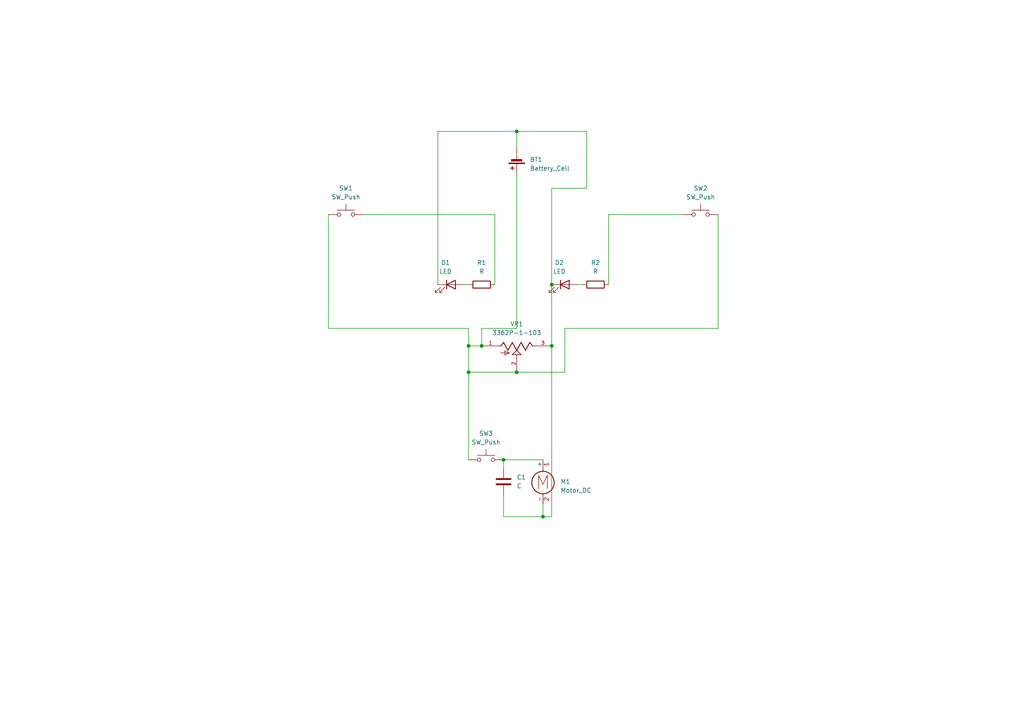
<source format=kicad_sch>
(kicad_sch
	(version 20250114)
	(generator "eeschema")
	(generator_version "9.0")
	(uuid "2284b7e8-ac56-4a6d-bf5c-8aaa3fc2a3ea")
	(paper "A4")
	(title_block
		(title "DogFace PCB Art - Rainier")
	)
	(lib_symbols
		(symbol "3362P-1-103:3362P-1-103"
			(pin_names
				(offset 1.016)
			)
			(exclude_from_sim no)
			(in_bom yes)
			(on_board yes)
			(property "Reference" "VR"
				(at -10.1818 2.5465 0)
				(effects
					(font
						(size 1.27 1.27)
					)
					(justify left bottom)
				)
			)
			(property "Value" "3362P-1-103"
				(at -10.1645 -7.6423 0)
				(effects
					(font
						(size 1.27 1.27)
					)
					(justify left bottom)
				)
			)
			(property "Footprint" "3362P-1-103:TRIM_3362P-1-103"
				(at 0 0 0)
				(effects
					(font
						(size 1.27 1.27)
					)
					(justify bottom)
					(hide yes)
				)
			)
			(property "Datasheet" ""
				(at 0 0 0)
				(effects
					(font
						(size 1.27 1.27)
					)
					(hide yes)
				)
			)
			(property "Description" ""
				(at 0 0 0)
				(effects
					(font
						(size 1.27 1.27)
					)
					(hide yes)
				)
			)
			(property "MF" "Bourns"
				(at 0 0 0)
				(effects
					(font
						(size 1.27 1.27)
					)
					(justify bottom)
					(hide yes)
				)
			)
			(property "Description_1" "TRIMMER - 1/4in SQ ST CERMET | Bourns 3362P-1-103"
				(at 0 0 0)
				(effects
					(font
						(size 1.27 1.27)
					)
					(justify bottom)
					(hide yes)
				)
			)
			(property "Package" "3362P-1 Bourns Inc."
				(at 0 0 0)
				(effects
					(font
						(size 1.27 1.27)
					)
					(justify bottom)
					(hide yes)
				)
			)
			(property "Price" "None"
				(at 0 0 0)
				(effects
					(font
						(size 1.27 1.27)
					)
					(justify bottom)
					(hide yes)
				)
			)
			(property "STANDARD" "Manufacturer Recommendation"
				(at 0 0 0)
				(effects
					(font
						(size 1.27 1.27)
					)
					(justify bottom)
					(hide yes)
				)
			)
			(property "PARTREV" "08/26/10"
				(at 0 0 0)
				(effects
					(font
						(size 1.27 1.27)
					)
					(justify bottom)
					(hide yes)
				)
			)
			(property "SnapEDA_Link" "https://www.snapeda.com/parts/3362P-1-103/Bourns/view-part/?ref=snap"
				(at 0 0 0)
				(effects
					(font
						(size 1.27 1.27)
					)
					(justify bottom)
					(hide yes)
				)
			)
			(property "MP" "3362P-1-103"
				(at 0 0 0)
				(effects
					(font
						(size 1.27 1.27)
					)
					(justify bottom)
					(hide yes)
				)
			)
			(property "Availability" "In Stock"
				(at 0 0 0)
				(effects
					(font
						(size 1.27 1.27)
					)
					(justify bottom)
					(hide yes)
				)
			)
			(property "Check_prices" "https://www.snapeda.com/parts/3362P-1-103/Bourns/view-part/?ref=eda"
				(at 0 0 0)
				(effects
					(font
						(size 1.27 1.27)
					)
					(justify bottom)
					(hide yes)
				)
			)
			(symbol "3362P-1-103_0_0"
				(polyline
					(pts
						(xy -5.08 0) (xy -4.572 0)
					)
					(stroke
						(width 0.1524)
						(type default)
					)
					(fill
						(type none)
					)
				)
				(polyline
					(pts
						(xy -4.699 -2.032) (xy -2.159 -2.032)
					)
					(stroke
						(width 0.1524)
						(type default)
					)
					(fill
						(type none)
					)
				)
				(polyline
					(pts
						(xy -4.572 0) (xy -3.81 1.016)
					)
					(stroke
						(width 0.254)
						(type default)
					)
					(fill
						(type none)
					)
				)
				(polyline
					(pts
						(xy -3.81 1.016) (xy -2.54 -1.27)
					)
					(stroke
						(width 0.254)
						(type default)
					)
					(fill
						(type none)
					)
				)
				(polyline
					(pts
						(xy -3.429 -1.397) (xy -2.159 -2.032)
					)
					(stroke
						(width 0.1524)
						(type default)
					)
					(fill
						(type none)
					)
				)
				(polyline
					(pts
						(xy -3.429 -2.667) (xy -3.429 -1.397)
					)
					(stroke
						(width 0.1524)
						(type default)
					)
					(fill
						(type none)
					)
				)
				(polyline
					(pts
						(xy -2.54 -1.27) (xy -1.27 1.016)
					)
					(stroke
						(width 0.254)
						(type default)
					)
					(fill
						(type none)
					)
				)
				(polyline
					(pts
						(xy -2.159 -2.032) (xy -3.429 -2.667)
					)
					(stroke
						(width 0.1524)
						(type default)
					)
					(fill
						(type none)
					)
				)
				(polyline
					(pts
						(xy -1.27 1.016) (xy 0 -1.27)
					)
					(stroke
						(width 0.254)
						(type default)
					)
					(fill
						(type none)
					)
				)
				(polyline
					(pts
						(xy -1.27 -2.54) (xy 0 -1.27)
					)
					(stroke
						(width 0.2032)
						(type default)
					)
					(fill
						(type none)
					)
				)
				(polyline
					(pts
						(xy 0 -1.27) (xy 1.27 1.016)
					)
					(stroke
						(width 0.254)
						(type default)
					)
					(fill
						(type none)
					)
				)
				(polyline
					(pts
						(xy 0 -1.27) (xy 1.27 -2.54)
					)
					(stroke
						(width 0.2032)
						(type default)
					)
					(fill
						(type none)
					)
				)
				(polyline
					(pts
						(xy 1.27 1.016) (xy 2.54 -1.27)
					)
					(stroke
						(width 0.254)
						(type default)
					)
					(fill
						(type none)
					)
				)
				(polyline
					(pts
						(xy 1.27 -2.54) (xy -1.27 -2.54)
					)
					(stroke
						(width 0.2032)
						(type default)
					)
					(fill
						(type none)
					)
				)
				(polyline
					(pts
						(xy 2.54 -1.27) (xy 3.81 1.016)
					)
					(stroke
						(width 0.254)
						(type default)
					)
					(fill
						(type none)
					)
				)
				(polyline
					(pts
						(xy 3.81 1.016) (xy 4.572 0)
					)
					(stroke
						(width 0.254)
						(type default)
					)
					(fill
						(type none)
					)
				)
				(polyline
					(pts
						(xy 4.572 0) (xy 5.08 0)
					)
					(stroke
						(width 0.1524)
						(type default)
					)
					(fill
						(type none)
					)
				)
				(pin passive line
					(at -10.16 0 0)
					(length 5.08)
					(name "~"
						(effects
							(font
								(size 1.016 1.016)
							)
						)
					)
					(number "1"
						(effects
							(font
								(size 1.016 1.016)
							)
						)
					)
				)
				(pin passive line
					(at 0 -7.62 90)
					(length 5.08)
					(name "~"
						(effects
							(font
								(size 1.016 1.016)
							)
						)
					)
					(number "2"
						(effects
							(font
								(size 1.016 1.016)
							)
						)
					)
				)
				(pin passive line
					(at 10.16 0 180)
					(length 5.08)
					(name "~"
						(effects
							(font
								(size 1.016 1.016)
							)
						)
					)
					(number "3"
						(effects
							(font
								(size 1.016 1.016)
							)
						)
					)
				)
			)
			(embedded_fonts no)
		)
		(symbol "Device:Battery_Cell"
			(pin_numbers
				(hide yes)
			)
			(pin_names
				(offset 0)
				(hide yes)
			)
			(exclude_from_sim no)
			(in_bom yes)
			(on_board yes)
			(property "Reference" "BT"
				(at 2.54 2.54 0)
				(effects
					(font
						(size 1.27 1.27)
					)
					(justify left)
				)
			)
			(property "Value" "Battery_Cell"
				(at 2.54 0 0)
				(effects
					(font
						(size 1.27 1.27)
					)
					(justify left)
				)
			)
			(property "Footprint" ""
				(at 0 1.524 90)
				(effects
					(font
						(size 1.27 1.27)
					)
					(hide yes)
				)
			)
			(property "Datasheet" "~"
				(at 0 1.524 90)
				(effects
					(font
						(size 1.27 1.27)
					)
					(hide yes)
				)
			)
			(property "Description" "Single-cell battery"
				(at 0 0 0)
				(effects
					(font
						(size 1.27 1.27)
					)
					(hide yes)
				)
			)
			(property "ki_keywords" "battery cell"
				(at 0 0 0)
				(effects
					(font
						(size 1.27 1.27)
					)
					(hide yes)
				)
			)
			(symbol "Battery_Cell_0_1"
				(rectangle
					(start -2.286 1.778)
					(end 2.286 1.524)
					(stroke
						(width 0)
						(type default)
					)
					(fill
						(type outline)
					)
				)
				(rectangle
					(start -1.524 1.016)
					(end 1.524 0.508)
					(stroke
						(width 0)
						(type default)
					)
					(fill
						(type outline)
					)
				)
				(polyline
					(pts
						(xy 0 1.778) (xy 0 2.54)
					)
					(stroke
						(width 0)
						(type default)
					)
					(fill
						(type none)
					)
				)
				(polyline
					(pts
						(xy 0 0.762) (xy 0 0)
					)
					(stroke
						(width 0)
						(type default)
					)
					(fill
						(type none)
					)
				)
				(polyline
					(pts
						(xy 0.762 3.048) (xy 1.778 3.048)
					)
					(stroke
						(width 0.254)
						(type default)
					)
					(fill
						(type none)
					)
				)
				(polyline
					(pts
						(xy 1.27 3.556) (xy 1.27 2.54)
					)
					(stroke
						(width 0.254)
						(type default)
					)
					(fill
						(type none)
					)
				)
			)
			(symbol "Battery_Cell_1_1"
				(pin passive line
					(at 0 5.08 270)
					(length 2.54)
					(name "+"
						(effects
							(font
								(size 1.27 1.27)
							)
						)
					)
					(number "1"
						(effects
							(font
								(size 1.27 1.27)
							)
						)
					)
				)
				(pin passive line
					(at 0 -2.54 90)
					(length 2.54)
					(name "-"
						(effects
							(font
								(size 1.27 1.27)
							)
						)
					)
					(number "2"
						(effects
							(font
								(size 1.27 1.27)
							)
						)
					)
				)
			)
			(embedded_fonts no)
		)
		(symbol "Device:C"
			(pin_numbers
				(hide yes)
			)
			(pin_names
				(offset 0.254)
			)
			(exclude_from_sim no)
			(in_bom yes)
			(on_board yes)
			(property "Reference" "C"
				(at 0.635 2.54 0)
				(effects
					(font
						(size 1.27 1.27)
					)
					(justify left)
				)
			)
			(property "Value" "C"
				(at 0.635 -2.54 0)
				(effects
					(font
						(size 1.27 1.27)
					)
					(justify left)
				)
			)
			(property "Footprint" ""
				(at 0.9652 -3.81 0)
				(effects
					(font
						(size 1.27 1.27)
					)
					(hide yes)
				)
			)
			(property "Datasheet" "~"
				(at 0 0 0)
				(effects
					(font
						(size 1.27 1.27)
					)
					(hide yes)
				)
			)
			(property "Description" "Unpolarized capacitor"
				(at 0 0 0)
				(effects
					(font
						(size 1.27 1.27)
					)
					(hide yes)
				)
			)
			(property "ki_keywords" "cap capacitor"
				(at 0 0 0)
				(effects
					(font
						(size 1.27 1.27)
					)
					(hide yes)
				)
			)
			(property "ki_fp_filters" "C_*"
				(at 0 0 0)
				(effects
					(font
						(size 1.27 1.27)
					)
					(hide yes)
				)
			)
			(symbol "C_0_1"
				(polyline
					(pts
						(xy -2.032 0.762) (xy 2.032 0.762)
					)
					(stroke
						(width 0.508)
						(type default)
					)
					(fill
						(type none)
					)
				)
				(polyline
					(pts
						(xy -2.032 -0.762) (xy 2.032 -0.762)
					)
					(stroke
						(width 0.508)
						(type default)
					)
					(fill
						(type none)
					)
				)
			)
			(symbol "C_1_1"
				(pin passive line
					(at 0 3.81 270)
					(length 2.794)
					(name "~"
						(effects
							(font
								(size 1.27 1.27)
							)
						)
					)
					(number "1"
						(effects
							(font
								(size 1.27 1.27)
							)
						)
					)
				)
				(pin passive line
					(at 0 -3.81 90)
					(length 2.794)
					(name "~"
						(effects
							(font
								(size 1.27 1.27)
							)
						)
					)
					(number "2"
						(effects
							(font
								(size 1.27 1.27)
							)
						)
					)
				)
			)
			(embedded_fonts no)
		)
		(symbol "Device:LED"
			(pin_numbers
				(hide yes)
			)
			(pin_names
				(offset 1.016)
				(hide yes)
			)
			(exclude_from_sim no)
			(in_bom yes)
			(on_board yes)
			(property "Reference" "D"
				(at 0 2.54 0)
				(effects
					(font
						(size 1.27 1.27)
					)
				)
			)
			(property "Value" "LED"
				(at 0 -2.54 0)
				(effects
					(font
						(size 1.27 1.27)
					)
				)
			)
			(property "Footprint" ""
				(at 0 0 0)
				(effects
					(font
						(size 1.27 1.27)
					)
					(hide yes)
				)
			)
			(property "Datasheet" "~"
				(at 0 0 0)
				(effects
					(font
						(size 1.27 1.27)
					)
					(hide yes)
				)
			)
			(property "Description" "Light emitting diode"
				(at 0 0 0)
				(effects
					(font
						(size 1.27 1.27)
					)
					(hide yes)
				)
			)
			(property "Sim.Pins" "1=K 2=A"
				(at 0 0 0)
				(effects
					(font
						(size 1.27 1.27)
					)
					(hide yes)
				)
			)
			(property "ki_keywords" "LED diode"
				(at 0 0 0)
				(effects
					(font
						(size 1.27 1.27)
					)
					(hide yes)
				)
			)
			(property "ki_fp_filters" "LED* LED_SMD:* LED_THT:*"
				(at 0 0 0)
				(effects
					(font
						(size 1.27 1.27)
					)
					(hide yes)
				)
			)
			(symbol "LED_0_1"
				(polyline
					(pts
						(xy -3.048 -0.762) (xy -4.572 -2.286) (xy -3.81 -2.286) (xy -4.572 -2.286) (xy -4.572 -1.524)
					)
					(stroke
						(width 0)
						(type default)
					)
					(fill
						(type none)
					)
				)
				(polyline
					(pts
						(xy -1.778 -0.762) (xy -3.302 -2.286) (xy -2.54 -2.286) (xy -3.302 -2.286) (xy -3.302 -1.524)
					)
					(stroke
						(width 0)
						(type default)
					)
					(fill
						(type none)
					)
				)
				(polyline
					(pts
						(xy -1.27 0) (xy 1.27 0)
					)
					(stroke
						(width 0)
						(type default)
					)
					(fill
						(type none)
					)
				)
				(polyline
					(pts
						(xy -1.27 -1.27) (xy -1.27 1.27)
					)
					(stroke
						(width 0.254)
						(type default)
					)
					(fill
						(type none)
					)
				)
				(polyline
					(pts
						(xy 1.27 -1.27) (xy 1.27 1.27) (xy -1.27 0) (xy 1.27 -1.27)
					)
					(stroke
						(width 0.254)
						(type default)
					)
					(fill
						(type none)
					)
				)
			)
			(symbol "LED_1_1"
				(pin passive line
					(at -3.81 0 0)
					(length 2.54)
					(name "K"
						(effects
							(font
								(size 1.27 1.27)
							)
						)
					)
					(number "1"
						(effects
							(font
								(size 1.27 1.27)
							)
						)
					)
				)
				(pin passive line
					(at 3.81 0 180)
					(length 2.54)
					(name "A"
						(effects
							(font
								(size 1.27 1.27)
							)
						)
					)
					(number "2"
						(effects
							(font
								(size 1.27 1.27)
							)
						)
					)
				)
			)
			(embedded_fonts no)
		)
		(symbol "Device:R"
			(pin_numbers
				(hide yes)
			)
			(pin_names
				(offset 0)
			)
			(exclude_from_sim no)
			(in_bom yes)
			(on_board yes)
			(property "Reference" "R"
				(at 2.032 0 90)
				(effects
					(font
						(size 1.27 1.27)
					)
				)
			)
			(property "Value" "R"
				(at 0 0 90)
				(effects
					(font
						(size 1.27 1.27)
					)
				)
			)
			(property "Footprint" ""
				(at -1.778 0 90)
				(effects
					(font
						(size 1.27 1.27)
					)
					(hide yes)
				)
			)
			(property "Datasheet" "~"
				(at 0 0 0)
				(effects
					(font
						(size 1.27 1.27)
					)
					(hide yes)
				)
			)
			(property "Description" "Resistor"
				(at 0 0 0)
				(effects
					(font
						(size 1.27 1.27)
					)
					(hide yes)
				)
			)
			(property "ki_keywords" "R res resistor"
				(at 0 0 0)
				(effects
					(font
						(size 1.27 1.27)
					)
					(hide yes)
				)
			)
			(property "ki_fp_filters" "R_*"
				(at 0 0 0)
				(effects
					(font
						(size 1.27 1.27)
					)
					(hide yes)
				)
			)
			(symbol "R_0_1"
				(rectangle
					(start -1.016 -2.54)
					(end 1.016 2.54)
					(stroke
						(width 0.254)
						(type default)
					)
					(fill
						(type none)
					)
				)
			)
			(symbol "R_1_1"
				(pin passive line
					(at 0 3.81 270)
					(length 1.27)
					(name "~"
						(effects
							(font
								(size 1.27 1.27)
							)
						)
					)
					(number "1"
						(effects
							(font
								(size 1.27 1.27)
							)
						)
					)
				)
				(pin passive line
					(at 0 -3.81 90)
					(length 1.27)
					(name "~"
						(effects
							(font
								(size 1.27 1.27)
							)
						)
					)
					(number "2"
						(effects
							(font
								(size 1.27 1.27)
							)
						)
					)
				)
			)
			(embedded_fonts no)
		)
		(symbol "Motor:Motor_DC"
			(pin_names
				(offset 0)
			)
			(exclude_from_sim no)
			(in_bom yes)
			(on_board yes)
			(property "Reference" "M"
				(at 2.54 2.54 0)
				(effects
					(font
						(size 1.27 1.27)
					)
					(justify left)
				)
			)
			(property "Value" "Motor_DC"
				(at 2.54 -5.08 0)
				(effects
					(font
						(size 1.27 1.27)
					)
					(justify left top)
				)
			)
			(property "Footprint" ""
				(at 0 -2.286 0)
				(effects
					(font
						(size 1.27 1.27)
					)
					(hide yes)
				)
			)
			(property "Datasheet" "~"
				(at 0 -2.286 0)
				(effects
					(font
						(size 1.27 1.27)
					)
					(hide yes)
				)
			)
			(property "Description" "DC Motor"
				(at 0 0 0)
				(effects
					(font
						(size 1.27 1.27)
					)
					(hide yes)
				)
			)
			(property "ki_keywords" "DC Motor"
				(at 0 0 0)
				(effects
					(font
						(size 1.27 1.27)
					)
					(hide yes)
				)
			)
			(property "ki_fp_filters" "PinHeader*P2.54mm* TerminalBlock*"
				(at 0 0 0)
				(effects
					(font
						(size 1.27 1.27)
					)
					(hide yes)
				)
			)
			(symbol "Motor_DC_0_0"
				(polyline
					(pts
						(xy -1.27 -3.302) (xy -1.27 0.508) (xy 0 -2.032) (xy 1.27 0.508) (xy 1.27 -3.302)
					)
					(stroke
						(width 0)
						(type default)
					)
					(fill
						(type none)
					)
				)
			)
			(symbol "Motor_DC_0_1"
				(polyline
					(pts
						(xy 0 2.032) (xy 0 2.54)
					)
					(stroke
						(width 0)
						(type default)
					)
					(fill
						(type none)
					)
				)
				(polyline
					(pts
						(xy 0 1.7272) (xy 0 2.0828)
					)
					(stroke
						(width 0)
						(type default)
					)
					(fill
						(type none)
					)
				)
				(circle
					(center 0 -1.524)
					(radius 3.2512)
					(stroke
						(width 0.254)
						(type default)
					)
					(fill
						(type none)
					)
				)
				(polyline
					(pts
						(xy 0 -4.7752) (xy 0 -5.1816)
					)
					(stroke
						(width 0)
						(type default)
					)
					(fill
						(type none)
					)
				)
				(polyline
					(pts
						(xy 0 -7.62) (xy 0 -7.112)
					)
					(stroke
						(width 0)
						(type default)
					)
					(fill
						(type none)
					)
				)
			)
			(symbol "Motor_DC_1_1"
				(pin passive line
					(at 0 5.08 270)
					(length 2.54)
					(name "+"
						(effects
							(font
								(size 1.27 1.27)
							)
						)
					)
					(number "1"
						(effects
							(font
								(size 1.27 1.27)
							)
						)
					)
				)
				(pin passive line
					(at 0 -7.62 90)
					(length 2.54)
					(name "-"
						(effects
							(font
								(size 1.27 1.27)
							)
						)
					)
					(number "2"
						(effects
							(font
								(size 1.27 1.27)
							)
						)
					)
				)
			)
			(embedded_fonts no)
		)
		(symbol "Switch:SW_Push"
			(pin_numbers
				(hide yes)
			)
			(pin_names
				(offset 1.016)
				(hide yes)
			)
			(exclude_from_sim no)
			(in_bom yes)
			(on_board yes)
			(property "Reference" "SW"
				(at 1.27 2.54 0)
				(effects
					(font
						(size 1.27 1.27)
					)
					(justify left)
				)
			)
			(property "Value" "SW_Push"
				(at 0 -1.524 0)
				(effects
					(font
						(size 1.27 1.27)
					)
				)
			)
			(property "Footprint" ""
				(at 0 5.08 0)
				(effects
					(font
						(size 1.27 1.27)
					)
					(hide yes)
				)
			)
			(property "Datasheet" "~"
				(at 0 5.08 0)
				(effects
					(font
						(size 1.27 1.27)
					)
					(hide yes)
				)
			)
			(property "Description" "Push button switch, generic, two pins"
				(at 0 0 0)
				(effects
					(font
						(size 1.27 1.27)
					)
					(hide yes)
				)
			)
			(property "ki_keywords" "switch normally-open pushbutton push-button"
				(at 0 0 0)
				(effects
					(font
						(size 1.27 1.27)
					)
					(hide yes)
				)
			)
			(symbol "SW_Push_0_1"
				(circle
					(center -2.032 0)
					(radius 0.508)
					(stroke
						(width 0)
						(type default)
					)
					(fill
						(type none)
					)
				)
				(polyline
					(pts
						(xy 0 1.27) (xy 0 3.048)
					)
					(stroke
						(width 0)
						(type default)
					)
					(fill
						(type none)
					)
				)
				(circle
					(center 2.032 0)
					(radius 0.508)
					(stroke
						(width 0)
						(type default)
					)
					(fill
						(type none)
					)
				)
				(polyline
					(pts
						(xy 2.54 1.27) (xy -2.54 1.27)
					)
					(stroke
						(width 0)
						(type default)
					)
					(fill
						(type none)
					)
				)
				(pin passive line
					(at -5.08 0 0)
					(length 2.54)
					(name "1"
						(effects
							(font
								(size 1.27 1.27)
							)
						)
					)
					(number "1"
						(effects
							(font
								(size 1.27 1.27)
							)
						)
					)
				)
				(pin passive line
					(at 5.08 0 180)
					(length 2.54)
					(name "2"
						(effects
							(font
								(size 1.27 1.27)
							)
						)
					)
					(number "2"
						(effects
							(font
								(size 1.27 1.27)
							)
						)
					)
				)
			)
			(embedded_fonts no)
		)
	)
	(junction
		(at 149.86 38.1)
		(diameter 0)
		(color 0 0 0 0)
		(uuid "31513e82-0afd-4748-a2d2-d84aa3d266cb")
	)
	(junction
		(at 146.05 133.35)
		(diameter 0)
		(color 0 0 0 0)
		(uuid "47fb82dc-ba79-4a3b-9581-41eb57b6064d")
	)
	(junction
		(at 149.86 107.95)
		(diameter 0)
		(color 0 0 0 0)
		(uuid "574d552d-3de3-4947-8112-0f162333e15a")
	)
	(junction
		(at 160.02 82.55)
		(diameter 0)
		(color 0 0 0 0)
		(uuid "728ae29b-9115-417c-a763-f1e263c363e5")
	)
	(junction
		(at 160.02 100.33)
		(diameter 0)
		(color 0 0 0 0)
		(uuid "78a86daa-4ddc-464b-9f05-9ee39e6df375")
	)
	(junction
		(at 135.89 107.95)
		(diameter 0)
		(color 0 0 0 0)
		(uuid "7bfa34b1-d1ae-4c05-afe8-95da8ae0d9d0")
	)
	(junction
		(at 139.7 100.33)
		(diameter 0)
		(color 0 0 0 0)
		(uuid "7f36f042-2776-459a-9b61-da9adae7409f")
	)
	(junction
		(at 157.48 149.86)
		(diameter 0)
		(color 0 0 0 0)
		(uuid "e1c7e3cc-afc6-4f07-bed1-67dc1c6d5074")
	)
	(junction
		(at 135.89 100.33)
		(diameter 0)
		(color 0 0 0 0)
		(uuid "fac032ef-0758-43f5-82be-1baf0c80243b")
	)
	(wire
		(pts
			(xy 208.28 95.25) (xy 163.83 95.25)
		)
		(stroke
			(width 0)
			(type default)
		)
		(uuid "1662bb12-2e74-400b-af99-4b6eeee77557")
	)
	(wire
		(pts
			(xy 146.05 149.86) (xy 157.48 149.86)
		)
		(stroke
			(width 0)
			(type default)
		)
		(uuid "19fd7319-44e8-4932-84a9-129ddfe6642f")
	)
	(wire
		(pts
			(xy 135.89 100.33) (xy 139.7 100.33)
		)
		(stroke
			(width 0)
			(type default)
		)
		(uuid "1e62e432-f22a-4796-a71c-f5c886747bc3")
	)
	(wire
		(pts
			(xy 157.48 133.35) (xy 146.05 133.35)
		)
		(stroke
			(width 0)
			(type default)
		)
		(uuid "2056f0b8-c9cb-46c6-bf03-07d570b7e029")
	)
	(wire
		(pts
			(xy 135.89 95.25) (xy 95.25 95.25)
		)
		(stroke
			(width 0)
			(type default)
		)
		(uuid "26050858-228f-4455-aa99-f23035d1cebe")
	)
	(wire
		(pts
			(xy 139.7 95.25) (xy 139.7 100.33)
		)
		(stroke
			(width 0)
			(type default)
		)
		(uuid "2d66e3ac-987e-4bfa-80e9-e190a14086fe")
	)
	(wire
		(pts
			(xy 157.48 149.86) (xy 157.48 146.05)
		)
		(stroke
			(width 0)
			(type default)
		)
		(uuid "2fd6dc7d-06e9-4c9b-95cc-8d638bfefc3f")
	)
	(wire
		(pts
			(xy 149.86 107.95) (xy 163.83 107.95)
		)
		(stroke
			(width 0)
			(type default)
		)
		(uuid "39b08483-bf0b-4627-b2d1-f5d9296fe5a8")
	)
	(wire
		(pts
			(xy 146.05 143.51) (xy 146.05 149.86)
		)
		(stroke
			(width 0)
			(type default)
		)
		(uuid "4f62c9ab-20c6-4725-8af6-63a8e77bfc86")
	)
	(wire
		(pts
			(xy 95.25 95.25) (xy 95.25 62.23)
		)
		(stroke
			(width 0)
			(type default)
		)
		(uuid "4fe5b5e9-3f59-4761-99f9-f7186017d243")
	)
	(wire
		(pts
			(xy 170.18 54.61) (xy 170.18 38.1)
		)
		(stroke
			(width 0)
			(type default)
		)
		(uuid "583bd250-c65a-44d9-a66c-a3e2d913f913")
	)
	(wire
		(pts
			(xy 143.51 62.23) (xy 143.51 82.55)
		)
		(stroke
			(width 0)
			(type default)
		)
		(uuid "5ec4b7e2-1160-4551-ae38-cad8f62e9520")
	)
	(wire
		(pts
			(xy 160.02 82.55) (xy 160.02 54.61)
		)
		(stroke
			(width 0)
			(type default)
		)
		(uuid "6e64d399-b761-49cd-81d3-008126bd3c07")
	)
	(wire
		(pts
			(xy 135.89 100.33) (xy 135.89 107.95)
		)
		(stroke
			(width 0)
			(type default)
		)
		(uuid "72be7199-14c9-4bb7-a9c7-1ea222440e94")
	)
	(wire
		(pts
			(xy 135.89 107.95) (xy 135.89 133.35)
		)
		(stroke
			(width 0)
			(type default)
		)
		(uuid "785e50a7-bf71-4c65-9ca0-31e7fe287bc0")
	)
	(wire
		(pts
			(xy 198.12 62.23) (xy 176.53 62.23)
		)
		(stroke
			(width 0)
			(type default)
		)
		(uuid "8135248e-d246-4345-804e-ab8996580363")
	)
	(wire
		(pts
			(xy 149.86 50.8) (xy 149.86 95.25)
		)
		(stroke
			(width 0)
			(type default)
		)
		(uuid "82d176f6-46e6-413f-9bbd-d7f8d06064da")
	)
	(wire
		(pts
			(xy 208.28 62.23) (xy 208.28 95.25)
		)
		(stroke
			(width 0)
			(type default)
		)
		(uuid "86951385-eda7-4ff6-9d16-97c4a3de88dd")
	)
	(wire
		(pts
			(xy 134.62 82.55) (xy 135.89 82.55)
		)
		(stroke
			(width 0)
			(type default)
		)
		(uuid "86f30bbd-658d-4e0b-9424-29bc9f6e5a79")
	)
	(wire
		(pts
			(xy 160.02 82.55) (xy 160.02 100.33)
		)
		(stroke
			(width 0)
			(type default)
		)
		(uuid "98818cd4-10b2-4f0c-bd32-1dfd3e88d051")
	)
	(wire
		(pts
			(xy 127 38.1) (xy 149.86 38.1)
		)
		(stroke
			(width 0)
			(type default)
		)
		(uuid "9e50620d-57da-4973-8c4c-690dde957fbc")
	)
	(wire
		(pts
			(xy 127 82.55) (xy 127 38.1)
		)
		(stroke
			(width 0)
			(type default)
		)
		(uuid "a8629db2-24e9-4a78-8832-ca8d6518daf1")
	)
	(wire
		(pts
			(xy 149.86 38.1) (xy 149.86 43.18)
		)
		(stroke
			(width 0)
			(type default)
		)
		(uuid "ae395430-2b03-4140-8387-9fb8f32fb757")
	)
	(wire
		(pts
			(xy 157.48 149.86) (xy 160.02 149.86)
		)
		(stroke
			(width 0)
			(type default)
		)
		(uuid "b1337627-f0b9-43d8-bf2f-fb26f5a98bd3")
	)
	(wire
		(pts
			(xy 170.18 38.1) (xy 149.86 38.1)
		)
		(stroke
			(width 0)
			(type default)
		)
		(uuid "b20004c4-3f22-4438-aa12-7e31470543b4")
	)
	(wire
		(pts
			(xy 160.02 149.86) (xy 160.02 100.33)
		)
		(stroke
			(width 0)
			(type default)
		)
		(uuid "b37d8521-5b56-4277-b4ca-9c836515fdff")
	)
	(wire
		(pts
			(xy 160.02 54.61) (xy 170.18 54.61)
		)
		(stroke
			(width 0)
			(type default)
		)
		(uuid "b6d96591-5e7f-41fc-a8fc-d6c8780937d6")
	)
	(wire
		(pts
			(xy 135.89 107.95) (xy 149.86 107.95)
		)
		(stroke
			(width 0)
			(type default)
		)
		(uuid "c4cfa123-fb53-4065-8790-e64b27b4d6c0")
	)
	(wire
		(pts
			(xy 135.89 100.33) (xy 135.89 95.25)
		)
		(stroke
			(width 0)
			(type default)
		)
		(uuid "c88e8430-7c78-4222-bc1f-7fb7083b1f77")
	)
	(wire
		(pts
			(xy 167.64 82.55) (xy 168.91 82.55)
		)
		(stroke
			(width 0)
			(type default)
		)
		(uuid "db8a5863-9246-41a5-af00-6c846e1d6df5")
	)
	(wire
		(pts
			(xy 146.05 133.35) (xy 146.05 135.89)
		)
		(stroke
			(width 0)
			(type default)
		)
		(uuid "dda858f4-38c9-474c-a010-505d46a354ab")
	)
	(wire
		(pts
			(xy 176.53 62.23) (xy 176.53 82.55)
		)
		(stroke
			(width 0)
			(type default)
		)
		(uuid "e9c939cc-5b22-45b9-84de-a5a9918083c7")
	)
	(wire
		(pts
			(xy 105.41 62.23) (xy 143.51 62.23)
		)
		(stroke
			(width 0)
			(type default)
		)
		(uuid "efe0be88-2438-4f07-9fd1-8a37d1920fd6")
	)
	(wire
		(pts
			(xy 163.83 95.25) (xy 163.83 107.95)
		)
		(stroke
			(width 0)
			(type default)
		)
		(uuid "f57b6300-6bcb-40c4-880b-ca110bd64a53")
	)
	(wire
		(pts
			(xy 149.86 95.25) (xy 139.7 95.25)
		)
		(stroke
			(width 0)
			(type default)
		)
		(uuid "fc3d2411-dcc5-4d72-ad07-2ecfa8f5d16b")
	)
	(symbol
		(lib_id "Device:R")
		(at 139.7 82.55 90)
		(unit 1)
		(exclude_from_sim no)
		(in_bom yes)
		(on_board yes)
		(dnp no)
		(fields_autoplaced yes)
		(uuid "07780712-fa4a-4d27-88ae-a00547640421")
		(property "Reference" "R1"
			(at 139.7 76.2 90)
			(effects
				(font
					(size 1.27 1.27)
				)
			)
		)
		(property "Value" "R"
			(at 139.7 78.74 90)
			(effects
				(font
					(size 1.27 1.27)
				)
			)
		)
		(property "Footprint" "Resistor_THT:R_Axial_DIN0207_L6.3mm_D2.5mm_P7.62mm_Horizontal"
			(at 139.7 84.328 90)
			(effects
				(font
					(size 1.27 1.27)
				)
				(hide yes)
			)
		)
		(property "Datasheet" "~"
			(at 139.7 82.55 0)
			(effects
				(font
					(size 1.27 1.27)
				)
				(hide yes)
			)
		)
		(property "Description" "Resistor"
			(at 139.7 82.55 0)
			(effects
				(font
					(size 1.27 1.27)
				)
				(hide yes)
			)
		)
		(pin "2"
			(uuid "ae884d1d-a98f-45af-a40f-6c3a0952b7a2")
		)
		(pin "1"
			(uuid "4b064e0f-489f-4abc-9a0f-d90fc86ab5a9")
		)
		(instances
			(project ""
				(path "/2284b7e8-ac56-4a6d-bf5c-8aaa3fc2a3ea"
					(reference "R1")
					(unit 1)
				)
			)
		)
	)
	(symbol
		(lib_id "3362P-1-103:3362P-1-103")
		(at 149.86 100.33 0)
		(unit 1)
		(exclude_from_sim no)
		(in_bom yes)
		(on_board yes)
		(dnp no)
		(fields_autoplaced yes)
		(uuid "0834a198-ddff-4157-a297-d91578b079b6")
		(property "Reference" "VR1"
			(at 149.86 93.98 0)
			(effects
				(font
					(size 1.27 1.27)
				)
			)
		)
		(property "Value" "3362P-1-103"
			(at 149.86 96.52 0)
			(effects
				(font
					(size 1.27 1.27)
				)
			)
		)
		(property "Footprint" "3362P-1-103:TRIM_3362P-1-103"
			(at 149.86 100.33 0)
			(effects
				(font
					(size 1.27 1.27)
				)
				(justify bottom)
				(hide yes)
			)
		)
		(property "Datasheet" ""
			(at 149.86 100.33 0)
			(effects
				(font
					(size 1.27 1.27)
				)
				(hide yes)
			)
		)
		(property "Description" ""
			(at 149.86 100.33 0)
			(effects
				(font
					(size 1.27 1.27)
				)
				(hide yes)
			)
		)
		(property "MF" "Bourns"
			(at 149.86 100.33 0)
			(effects
				(font
					(size 1.27 1.27)
				)
				(justify bottom)
				(hide yes)
			)
		)
		(property "Description_1" "TRIMMER - 1/4in SQ ST CERMET | Bourns 3362P-1-103"
			(at 149.86 100.33 0)
			(effects
				(font
					(size 1.27 1.27)
				)
				(justify bottom)
				(hide yes)
			)
		)
		(property "Package" "3362P-1 Bourns Inc."
			(at 149.86 100.33 0)
			(effects
				(font
					(size 1.27 1.27)
				)
				(justify bottom)
				(hide yes)
			)
		)
		(property "Price" "None"
			(at 149.86 100.33 0)
			(effects
				(font
					(size 1.27 1.27)
				)
				(justify bottom)
				(hide yes)
			)
		)
		(property "STANDARD" "Manufacturer Recommendation"
			(at 149.86 100.33 0)
			(effects
				(font
					(size 1.27 1.27)
				)
				(justify bottom)
				(hide yes)
			)
		)
		(property "PARTREV" "08/26/10"
			(at 149.86 100.33 0)
			(effects
				(font
					(size 1.27 1.27)
				)
				(justify bottom)
				(hide yes)
			)
		)
		(property "SnapEDA_Link" "https://www.snapeda.com/parts/3362P-1-103/Bourns/view-part/?ref=snap"
			(at 149.86 100.33 0)
			(effects
				(font
					(size 1.27 1.27)
				)
				(justify bottom)
				(hide yes)
			)
		)
		(property "MP" "3362P-1-103"
			(at 149.86 100.33 0)
			(effects
				(font
					(size 1.27 1.27)
				)
				(justify bottom)
				(hide yes)
			)
		)
		(property "Availability" "In Stock"
			(at 149.86 100.33 0)
			(effects
				(font
					(size 1.27 1.27)
				)
				(justify bottom)
				(hide yes)
			)
		)
		(property "Check_prices" "https://www.snapeda.com/parts/3362P-1-103/Bourns/view-part/?ref=eda"
			(at 149.86 100.33 0)
			(effects
				(font
					(size 1.27 1.27)
				)
				(justify bottom)
				(hide yes)
			)
		)
		(pin "1"
			(uuid "4974e45c-d35e-47b6-bc82-84dd813799d6")
		)
		(pin "2"
			(uuid "73e6047a-fdea-47c6-be76-42cfc02ec2e3")
		)
		(pin "3"
			(uuid "df165859-0014-4d47-b0ce-1868cf2339e5")
		)
		(instances
			(project ""
				(path "/2284b7e8-ac56-4a6d-bf5c-8aaa3fc2a3ea"
					(reference "VR1")
					(unit 1)
				)
			)
		)
	)
	(symbol
		(lib_id "Motor:Motor_DC")
		(at 157.48 138.43 0)
		(unit 1)
		(exclude_from_sim no)
		(in_bom yes)
		(on_board yes)
		(dnp no)
		(fields_autoplaced yes)
		(uuid "10181872-3a22-4b38-9447-b89d8d18ff29")
		(property "Reference" "M1"
			(at 162.56 139.6999 0)
			(effects
				(font
					(size 1.27 1.27)
				)
				(justify left)
			)
		)
		(property "Value" "Motor_DC"
			(at 162.56 142.2399 0)
			(effects
				(font
					(size 1.27 1.27)
				)
				(justify left)
			)
		)
		(property "Footprint" "TestPoint:TestPoint_Pad_D2.0mm"
			(at 157.48 140.716 0)
			(effects
				(font
					(size 1.27 1.27)
				)
				(hide yes)
			)
		)
		(property "Datasheet" "~"
			(at 157.48 140.716 0)
			(effects
				(font
					(size 1.27 1.27)
				)
				(hide yes)
			)
		)
		(property "Description" "DC Motor"
			(at 157.48 138.43 0)
			(effects
				(font
					(size 1.27 1.27)
				)
				(hide yes)
			)
		)
		(pin "1"
			(uuid "2eab99a8-a6be-4b50-9eeb-33f419aaa07d")
		)
		(pin "2"
			(uuid "6394a9f8-33cf-4dee-b3c8-a479521c57d5")
		)
		(instances
			(project ""
				(path "/2284b7e8-ac56-4a6d-bf5c-8aaa3fc2a3ea"
					(reference "M1")
					(unit 1)
				)
			)
		)
	)
	(symbol
		(lib_id "Switch:SW_Push")
		(at 100.33 62.23 0)
		(unit 1)
		(exclude_from_sim no)
		(in_bom yes)
		(on_board yes)
		(dnp no)
		(fields_autoplaced yes)
		(uuid "1450559c-16ad-4648-ba1b-677cd5bc3916")
		(property "Reference" "SW1"
			(at 100.33 54.61 0)
			(effects
				(font
					(size 1.27 1.27)
				)
			)
		)
		(property "Value" "SW_Push"
			(at 100.33 57.15 0)
			(effects
				(font
					(size 1.27 1.27)
				)
			)
		)
		(property "Footprint" "Button_Switch_THT:SW_PUSH_6mm_H9.5mm"
			(at 100.33 57.15 0)
			(effects
				(font
					(size 1.27 1.27)
				)
				(hide yes)
			)
		)
		(property "Datasheet" "~"
			(at 100.33 57.15 0)
			(effects
				(font
					(size 1.27 1.27)
				)
				(hide yes)
			)
		)
		(property "Description" "Push button switch, generic, two pins"
			(at 100.33 62.23 0)
			(effects
				(font
					(size 1.27 1.27)
				)
				(hide yes)
			)
		)
		(pin "1"
			(uuid "bbdc627f-f644-4fd3-9418-ffb440eb4d73")
		)
		(pin "2"
			(uuid "8f6487f4-4409-43fb-ad87-34a179e4a08f")
		)
		(instances
			(project ""
				(path "/2284b7e8-ac56-4a6d-bf5c-8aaa3fc2a3ea"
					(reference "SW1")
					(unit 1)
				)
			)
		)
	)
	(symbol
		(lib_id "Switch:SW_Push")
		(at 203.2 62.23 0)
		(unit 1)
		(exclude_from_sim no)
		(in_bom yes)
		(on_board yes)
		(dnp no)
		(fields_autoplaced yes)
		(uuid "43c4d357-0a67-4ae9-b669-74681e119667")
		(property "Reference" "SW2"
			(at 203.2 54.61 0)
			(effects
				(font
					(size 1.27 1.27)
				)
			)
		)
		(property "Value" "SW_Push"
			(at 203.2 57.15 0)
			(effects
				(font
					(size 1.27 1.27)
				)
			)
		)
		(property "Footprint" "Button_Switch_THT:SW_PUSH_6mm_H9.5mm"
			(at 203.2 57.15 0)
			(effects
				(font
					(size 1.27 1.27)
				)
				(hide yes)
			)
		)
		(property "Datasheet" "~"
			(at 203.2 57.15 0)
			(effects
				(font
					(size 1.27 1.27)
				)
				(hide yes)
			)
		)
		(property "Description" "Push button switch, generic, two pins"
			(at 203.2 62.23 0)
			(effects
				(font
					(size 1.27 1.27)
				)
				(hide yes)
			)
		)
		(pin "1"
			(uuid "299d0cab-7b7b-4407-82df-5836fcb9b0e0")
		)
		(pin "2"
			(uuid "6f0c55e2-71fd-40bb-9d02-2c5f180cd152")
		)
		(instances
			(project ""
				(path "/2284b7e8-ac56-4a6d-bf5c-8aaa3fc2a3ea"
					(reference "SW2")
					(unit 1)
				)
			)
		)
	)
	(symbol
		(lib_id "Switch:SW_Push")
		(at 140.97 133.35 0)
		(unit 1)
		(exclude_from_sim no)
		(in_bom yes)
		(on_board yes)
		(dnp no)
		(fields_autoplaced yes)
		(uuid "45c0b717-b74a-40dc-8ccc-8135d7d8f21a")
		(property "Reference" "SW3"
			(at 140.97 125.73 0)
			(effects
				(font
					(size 1.27 1.27)
				)
			)
		)
		(property "Value" "SW_Push"
			(at 140.97 128.27 0)
			(effects
				(font
					(size 1.27 1.27)
				)
			)
		)
		(property "Footprint" "Button_Switch_THT:SW_PUSH_6mm_H9.5mm"
			(at 140.97 128.27 0)
			(effects
				(font
					(size 1.27 1.27)
				)
				(hide yes)
			)
		)
		(property "Datasheet" "~"
			(at 140.97 128.27 0)
			(effects
				(font
					(size 1.27 1.27)
				)
				(hide yes)
			)
		)
		(property "Description" "Push button switch, generic, two pins"
			(at 140.97 133.35 0)
			(effects
				(font
					(size 1.27 1.27)
				)
				(hide yes)
			)
		)
		(pin "1"
			(uuid "82cabc80-7ba5-4220-84e4-7bbabd70a70e")
		)
		(pin "2"
			(uuid "a55bb575-634a-413e-9ee8-4fab000dce22")
		)
		(instances
			(project "PCB art"
				(path "/2284b7e8-ac56-4a6d-bf5c-8aaa3fc2a3ea"
					(reference "SW3")
					(unit 1)
				)
			)
		)
	)
	(symbol
		(lib_id "Device:LED")
		(at 130.81 82.55 0)
		(unit 1)
		(exclude_from_sim no)
		(in_bom yes)
		(on_board yes)
		(dnp no)
		(fields_autoplaced yes)
		(uuid "56f81623-09ed-46a6-bde1-59e6cf5445ed")
		(property "Reference" "D1"
			(at 129.2225 76.2 0)
			(effects
				(font
					(size 1.27 1.27)
				)
			)
		)
		(property "Value" "LED"
			(at 129.2225 78.74 0)
			(effects
				(font
					(size 1.27 1.27)
				)
			)
		)
		(property "Footprint" "LED_THT:LED_D5.0mm"
			(at 130.81 82.55 0)
			(effects
				(font
					(size 1.27 1.27)
				)
				(hide yes)
			)
		)
		(property "Datasheet" "~"
			(at 130.81 82.55 0)
			(effects
				(font
					(size 1.27 1.27)
				)
				(hide yes)
			)
		)
		(property "Description" "Light emitting diode"
			(at 130.81 82.55 0)
			(effects
				(font
					(size 1.27 1.27)
				)
				(hide yes)
			)
		)
		(property "Sim.Pins" "1=K 2=A"
			(at 130.81 82.55 0)
			(effects
				(font
					(size 1.27 1.27)
				)
				(hide yes)
			)
		)
		(pin "2"
			(uuid "f7eebeba-43ad-4f7e-9dcb-e25d990aa3d1")
		)
		(pin "1"
			(uuid "fc67392a-c82b-4cc0-a4ed-3c2d30877886")
		)
		(instances
			(project ""
				(path "/2284b7e8-ac56-4a6d-bf5c-8aaa3fc2a3ea"
					(reference "D1")
					(unit 1)
				)
			)
		)
	)
	(symbol
		(lib_id "Device:R")
		(at 172.72 82.55 270)
		(unit 1)
		(exclude_from_sim no)
		(in_bom yes)
		(on_board yes)
		(dnp no)
		(fields_autoplaced yes)
		(uuid "a498ed3f-43a9-48a7-9d9b-eb4cd57d66c1")
		(property "Reference" "R2"
			(at 172.72 76.2 90)
			(effects
				(font
					(size 1.27 1.27)
				)
			)
		)
		(property "Value" "R"
			(at 172.72 78.74 90)
			(effects
				(font
					(size 1.27 1.27)
				)
			)
		)
		(property "Footprint" "Resistor_THT:R_Axial_DIN0207_L6.3mm_D2.5mm_P7.62mm_Horizontal"
			(at 172.72 80.772 90)
			(effects
				(font
					(size 1.27 1.27)
				)
				(hide yes)
			)
		)
		(property "Datasheet" "~"
			(at 172.72 82.55 0)
			(effects
				(font
					(size 1.27 1.27)
				)
				(hide yes)
			)
		)
		(property "Description" "Resistor"
			(at 172.72 82.55 0)
			(effects
				(font
					(size 1.27 1.27)
				)
				(hide yes)
			)
		)
		(pin "1"
			(uuid "0cc52332-4050-4ad0-9045-d1adffa21041")
		)
		(pin "2"
			(uuid "21539989-8895-48e8-a92a-5e0d26a25da5")
		)
		(instances
			(project ""
				(path "/2284b7e8-ac56-4a6d-bf5c-8aaa3fc2a3ea"
					(reference "R2")
					(unit 1)
				)
			)
		)
	)
	(symbol
		(lib_id "Device:Battery_Cell")
		(at 149.86 45.72 180)
		(unit 1)
		(exclude_from_sim no)
		(in_bom yes)
		(on_board yes)
		(dnp no)
		(fields_autoplaced yes)
		(uuid "aafb0b0e-9e8d-4007-85be-7e33eb033581")
		(property "Reference" "BT1"
			(at 153.67 46.2914 0)
			(effects
				(font
					(size 1.27 1.27)
				)
				(justify right)
			)
		)
		(property "Value" "Battery_Cell"
			(at 153.67 48.8314 0)
			(effects
				(font
					(size 1.27 1.27)
				)
				(justify right)
			)
		)
		(property "Footprint" "Battery:BatteryHolder_Keystone_3002_1x2032"
			(at 149.86 47.244 90)
			(effects
				(font
					(size 1.27 1.27)
				)
				(hide yes)
			)
		)
		(property "Datasheet" "~"
			(at 149.86 47.244 90)
			(effects
				(font
					(size 1.27 1.27)
				)
				(hide yes)
			)
		)
		(property "Description" "Single-cell battery"
			(at 149.86 45.72 0)
			(effects
				(font
					(size 1.27 1.27)
				)
				(hide yes)
			)
		)
		(pin "1"
			(uuid "b4220320-91f4-412e-9c80-8d5821d22d62")
		)
		(pin "2"
			(uuid "783d5133-885a-459b-9f52-d02138b178bc")
		)
		(instances
			(project ""
				(path "/2284b7e8-ac56-4a6d-bf5c-8aaa3fc2a3ea"
					(reference "BT1")
					(unit 1)
				)
			)
		)
	)
	(symbol
		(lib_id "Device:C")
		(at 146.05 139.7 0)
		(unit 1)
		(exclude_from_sim no)
		(in_bom yes)
		(on_board yes)
		(dnp no)
		(fields_autoplaced yes)
		(uuid "d56ce15f-e55c-4286-8edb-95fdd2d84856")
		(property "Reference" "C1"
			(at 149.86 138.4299 0)
			(effects
				(font
					(size 1.27 1.27)
				)
				(justify left)
			)
		)
		(property "Value" "C"
			(at 149.86 140.9699 0)
			(effects
				(font
					(size 1.27 1.27)
				)
				(justify left)
			)
		)
		(property "Footprint" "Capacitor_THT:CP_Radial_D5.0mm_P2.50mm"
			(at 147.0152 143.51 0)
			(effects
				(font
					(size 1.27 1.27)
				)
				(hide yes)
			)
		)
		(property "Datasheet" "~"
			(at 146.05 139.7 0)
			(effects
				(font
					(size 1.27 1.27)
				)
				(hide yes)
			)
		)
		(property "Description" "Unpolarized capacitor"
			(at 146.05 139.7 0)
			(effects
				(font
					(size 1.27 1.27)
				)
				(hide yes)
			)
		)
		(pin "1"
			(uuid "62fafe11-6012-4e78-9289-1bf6072bbfa3")
		)
		(pin "2"
			(uuid "0ae93814-0acb-4d5b-a610-76a363349bbb")
		)
		(instances
			(project ""
				(path "/2284b7e8-ac56-4a6d-bf5c-8aaa3fc2a3ea"
					(reference "C1")
					(unit 1)
				)
			)
		)
	)
	(symbol
		(lib_id "Device:LED")
		(at 163.83 82.55 0)
		(unit 1)
		(exclude_from_sim no)
		(in_bom yes)
		(on_board yes)
		(dnp no)
		(fields_autoplaced yes)
		(uuid "eb68d705-4815-42ea-b309-82b446d37b81")
		(property "Reference" "D2"
			(at 162.2425 76.2 0)
			(effects
				(font
					(size 1.27 1.27)
				)
			)
		)
		(property "Value" "LED"
			(at 162.2425 78.74 0)
			(effects
				(font
					(size 1.27 1.27)
				)
			)
		)
		(property "Footprint" "LED_THT:LED_D5.0mm"
			(at 163.83 82.55 0)
			(effects
				(font
					(size 1.27 1.27)
				)
				(hide yes)
			)
		)
		(property "Datasheet" "~"
			(at 163.83 82.55 0)
			(effects
				(font
					(size 1.27 1.27)
				)
				(hide yes)
			)
		)
		(property "Description" "Light emitting diode"
			(at 163.83 82.55 0)
			(effects
				(font
					(size 1.27 1.27)
				)
				(hide yes)
			)
		)
		(property "Sim.Pins" "1=K 2=A"
			(at 163.83 82.55 0)
			(effects
				(font
					(size 1.27 1.27)
				)
				(hide yes)
			)
		)
		(pin "2"
			(uuid "fc22d70b-a035-4ca3-bce1-1f35d682a30a")
		)
		(pin "1"
			(uuid "260a5013-1f7c-4dc9-8cd7-562658d53e8f")
		)
		(instances
			(project "PCB art"
				(path "/2284b7e8-ac56-4a6d-bf5c-8aaa3fc2a3ea"
					(reference "D2")
					(unit 1)
				)
			)
		)
	)
	(sheet_instances
		(path "/"
			(page "1")
		)
	)
	(embedded_fonts no)
)

</source>
